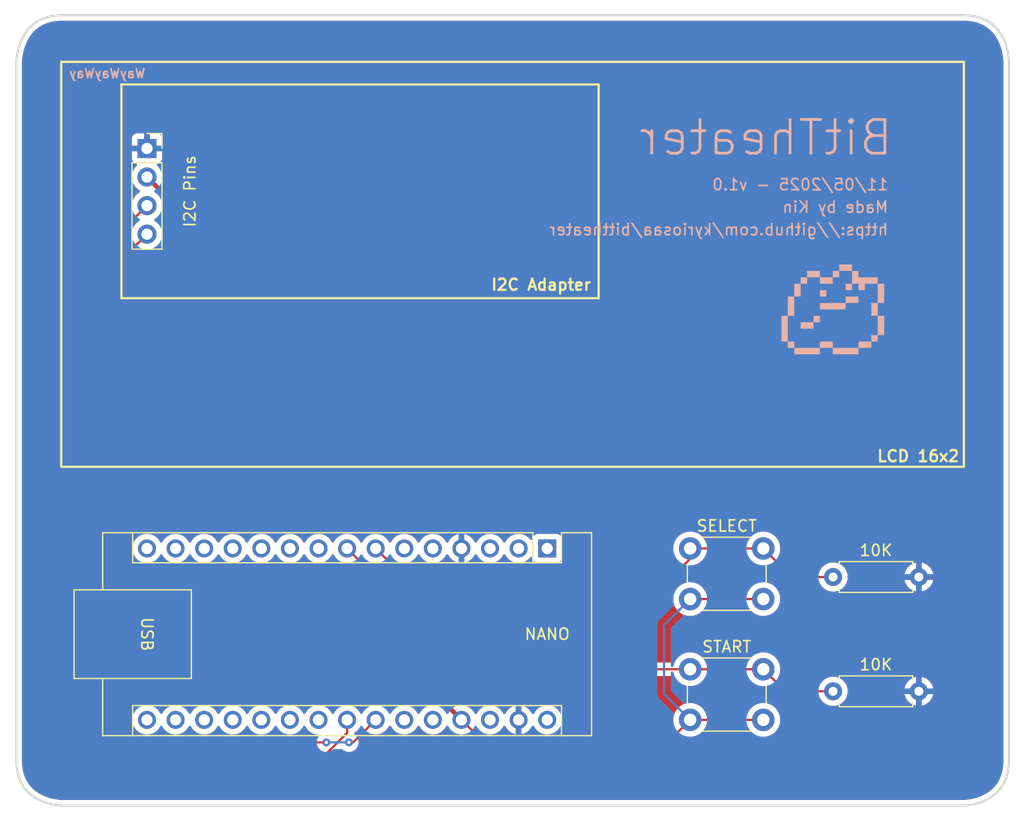
<source format=kicad_pcb>
(kicad_pcb (version 20241229) (generator "pcbnew") (generator_version "9.0")
  (layers (0 "F.Cu" signal) (4 "In1.Cu" signal) (6 "In2.Cu" signal) (2 "B.Cu" signal) (13 "F.Paste" user) (15 "B.Paste" user) (5 "F.SilkS" user "F.Silkscreen") (7 "B.SilkS" user "B.Silkscreen") (1 "F.Mask" user) (3 "B.Mask" user) (25 "Edge.Cuts" user))
  (net 0 "")
  (net 1 "Net-(A1-D4)")
  (net 3 "Net-(A1-A5)")
  (net 10 "+5V")
  (net 12 "GND")
  (net 19 "Net-(A1-D5)")
  (net 27 "Net-(A1-A4)")
  (footprint "Button_Switch_THT:SW_PUSH_6mm" (layer "F.Cu") (at 147.32 111.76)
    (property "Reference" "SELECT" (at 3.25 -2 0) (layer "F.SilkS"))
    (property "Value" "SW_Push")
    (fp_line (start -0.25 1.5) (end -0.25 3) (stroke (width 0.12)) (layer "F.SilkS"))
    (fp_line (start 1 5.5) (end 5.5 5.5) (stroke (width 0.12)) (layer "F.SilkS"))
    (fp_line (start 5.5 -1) (end 1 -1) (stroke (width 0.12)) (layer "F.SilkS"))
    (fp_line (start 6.75 3) (end 6.75 1.5) (stroke (width 0.12)) (layer "F.SilkS"))
    (pad "1" thru_hole circle (at 0 0 90) (size 2 2) (drill 1.1) (layers "*.Cu" "*.Mask") (net 1 "Net-(A1-D4)"))
    (pad "1" thru_hole circle (at 6.5 0 90) (size 2 2) (drill 1.1) (layers "*.Cu" "*.Mask") (net 1 "Net-(A1-D4)"))
    (pad "2" thru_hole circle (at 0 4.5 90) (size 2 2) (drill 1.1) (layers "*.Cu" "*.Mask") (net 10 "+5V"))
    (pad "2" thru_hole circle (at 6.5 4.5 90) (size 2 2) (drill 1.1) (layers "*.Cu" "*.Mask") (net 10 "+5V"))
  )
  (footprint "Module:Arduino_Nano" (layer "F.Cu") (at 134.62 111.76 -90)
    (property "Reference" "NANO" (at 7.62 0 180) (layer "F.SilkS"))
    (property "Value" "Arduino_Nano_v3.x")
    (fp_line (start 3.68 42.04) (end 3.68 31.62) (stroke (width 0.12)) (layer "F.SilkS"))
    (fp_line (start 11.56 42.04) (end 3.68 42.04) (stroke (width 0.12)) (layer "F.SilkS"))
    (fp_line (start -1.4 39.5) (end 3.68 39.5) (stroke (width 0.12)) (layer "F.SilkS"))
    (fp_line (start 16.64 39.5) (end 11.56 39.5) (stroke (width 0.12)) (layer "F.SilkS"))
    (fp_line (start 16.64 39.5) (end 16.64 -3.94) (stroke (width 0.12)) (layer "F.SilkS"))
    (fp_line (start 1.27 36.83) (end -1.4 36.83) (stroke (width 0.12)) (layer "F.SilkS"))
    (fp_line (start 13.97 36.83) (end 16.64 36.83) (stroke (width 0.12)) (layer "F.SilkS"))
    (fp_line (start 3.68 31.62) (end 11.56 31.62) (stroke (width 0.12)) (layer "F.SilkS"))
    (fp_line (start 11.56 31.62) (end 11.56 42.04) (stroke (width 0.12)) (layer "F.SilkS"))
    (fp_line (start -1.4 1.27) (end -1.4 39.5) (stroke (width 0.12)) (layer "F.SilkS"))
    (fp_line (start 1.27 1.27) (end 1.27 36.83) (stroke (width 0.12)) (layer "F.SilkS"))
    (fp_line (start 1.27 1.27) (end -1.4 1.27) (stroke (width 0.12)) (layer "F.SilkS"))
    (fp_line (start 1.27 1.27) (end 1.27 -1.27) (stroke (width 0.12)) (layer "F.SilkS"))
    (fp_line (start 1.27 -1.27) (end -1.4 -1.27) (stroke (width 0.12)) (layer "F.SilkS"))
    (fp_line (start 13.97 -1.27) (end 13.97 36.83) (stroke (width 0.12)) (layer "F.SilkS"))
    (fp_line (start 13.97 -1.27) (end 16.64 -1.27) (stroke (width 0.12)) (layer "F.SilkS"))
    (fp_line (start -1.4 -3.94) (end -1.4 -1.27) (stroke (width 0.12)) (layer "F.SilkS"))
    (fp_line (start 16.64 -3.94) (end -1.4 -3.94) (stroke (width 0.12)) (layer "F.SilkS"))
    (fp_text user "USB" (at 7.62 35.56 270) (layer "F.SilkS"))
    (pad "1" thru_hole rect (at 0 0 270) (size 1.6 1.6) (drill 1) (layers "*.Cu" "*.Mask"))
    (pad "2" thru_hole oval (at 0 2.54 270) (size 1.6 1.6) (drill 1) (layers "*.Cu" "*.Mask"))
    (pad "3" thru_hole oval (at 0 5.08 270) (size 1.6 1.6) (drill 1) (layers "*.Cu" "*.Mask"))
    (pad "4" thru_hole oval (at 0 7.62 270) (size 1.6 1.6) (drill 1) (layers "*.Cu" "*.Mask") (net 12 "GND"))
    (pad "5" thru_hole oval (at 0 10.16 270) (size 1.6 1.6) (drill 1) (layers "*.Cu" "*.Mask"))
    (pad "6" thru_hole oval (at 0 12.7 270) (size 1.6 1.6) (drill 1) (layers "*.Cu" "*.Mask"))
    (pad "7" thru_hole oval (at 0 15.24 270) (size 1.6 1.6) (drill 1) (layers "*.Cu" "*.Mask") (net 1 "Net-(A1-D4)"))
    (pad "8" thru_hole oval (at 0 17.78 270) (size 1.6 1.6) (drill 1) (layers "*.Cu" "*.Mask") (net 19 "Net-(A1-D5)"))
    (pad "9" thru_hole oval (at 0 20.32 270) (size 1.6 1.6) (drill 1) (layers "*.Cu" "*.Mask"))
    (pad "10" thru_hole oval (at 0 22.86 270) (size 1.6 1.6) (drill 1) (layers "*.Cu" "*.Mask"))
    (pad "11" thru_hole oval (at 0 25.4 270) (size 1.6 1.6) (drill 1) (layers "*.Cu" "*.Mask"))
    (pad "12" thru_hole oval (at 0 27.94 270) (size 1.6 1.6) (drill 1) (layers "*.Cu" "*.Mask"))
    (pad "13" thru_hole oval (at 0 30.48 270) (size 1.6 1.6) (drill 1) (layers "*.Cu" "*.Mask"))
    (pad "14" thru_hole oval (at 0 33.02 270) (size 1.6 1.6) (drill 1) (layers "*.Cu" "*.Mask"))
    (pad "15" thru_hole oval (at 0 35.56 270) (size 1.6 1.6) (drill 1) (layers "*.Cu" "*.Mask"))
    (pad "16" thru_hole oval (at 15.24 35.56 270) (size 1.6 1.6) (drill 1) (layers "*.Cu" "*.Mask"))
    (pad "17" thru_hole oval (at 15.24 33.02 270) (size 1.6 1.6) (drill 1) (layers "*.Cu" "*.Mask"))
    (pad "18" thru_hole oval (at 15.24 30.48 270) (size 1.6 1.6) (drill 1) (layers "*.Cu" "*.Mask"))
    (pad "19" thru_hole oval (at 15.24 27.94 270) (size 1.6 1.6) (drill 1) (layers "*.Cu" "*.Mask"))
    (pad "20" thru_hole oval (at 15.24 25.4 270) (size 1.6 1.6) (drill 1) (layers "*.Cu" "*.Mask"))
    (pad "21" thru_hole oval (at 15.24 22.86 270) (size 1.6 1.6) (drill 1) (layers "*.Cu" "*.Mask"))
    (pad "22" thru_hole oval (at 15.24 20.32 270) (size 1.6 1.6) (drill 1) (layers "*.Cu" "*.Mask"))
    (pad "23" thru_hole oval (at 15.24 17.78 270) (size 1.6 1.6) (drill 1) (layers "*.Cu" "*.Mask") (net 27 "Net-(A1-A4)"))
    (pad "24" thru_hole oval (at 15.24 15.24 270) (size 1.6 1.6) (drill 1) (layers "*.Cu" "*.Mask") (net 3 "Net-(A1-A5)"))
    (pad "25" thru_hole oval (at 15.24 12.7 270) (size 1.6 1.6) (drill 1) (layers "*.Cu" "*.Mask"))
    (pad "26" thru_hole oval (at 15.24 10.16 270) (size 1.6 1.6) (drill 1) (layers "*.Cu" "*.Mask"))
    (pad "27" thru_hole oval (at 15.24 7.62 270) (size 1.6 1.6) (drill 1) (layers "*.Cu" "*.Mask") (net 10 "+5V"))
    (pad "28" thru_hole oval (at 15.24 5.08 270) (size 1.6 1.6) (drill 1) (layers "*.Cu" "*.Mask"))
    (pad "29" thru_hole oval (at 15.24 2.54 270) (size 1.6 1.6) (drill 1) (layers "*.Cu" "*.Mask") (net 12 "GND"))
    (pad "30" thru_hole oval (at 15.24 0 270) (size 1.6 1.6) (drill 1) (layers "*.Cu" "*.Mask"))
  )
  (footprint "Resistor_THT:R_Axial_DIN0207_L6.3mm_D2.5mm_P7.62mm_Horizontal" (layer "F.Cu") (at 160.02 124.46)
    (property "Reference" "10K" (at 3.81 -2.37 0) (layer "F.SilkS"))
    (property "Value" "10K")
    (fp_line (start 0.54 -1.37) (end 7.08 -1.37) (stroke (width 0.12)) (layer "F.SilkS"))
    (fp_line (start 0.54 -1.04) (end 0.54 -1.37) (stroke (width 0.12)) (layer "F.SilkS"))
    (fp_line (start 0.54 1.04) (end 0.54 1.37) (stroke (width 0.12)) (layer "F.SilkS"))
    (fp_line (start 0.54 1.37) (end 7.08 1.37) (stroke (width 0.12)) (layer "F.SilkS"))
    (fp_line (start 7.08 -1.37) (end 7.08 -1.04) (stroke (width 0.12)) (layer "F.SilkS"))
    (fp_line (start 7.08 1.37) (end 7.08 1.04) (stroke (width 0.12)) (layer "F.SilkS"))
    (pad "1" thru_hole circle (at 0 0) (size 1.6 1.6) (drill 0.8) (layers "*.Cu" "*.Mask") (net 19 "Net-(A1-D5)"))
    (pad "2" thru_hole oval (at 7.62 0) (size 1.6 1.6) (drill 0.8) (layers "*.Cu" "*.Mask") (net 12 "GND"))
  )
  (footprint "Resistor_THT:R_Axial_DIN0207_L6.3mm_D2.5mm_P7.62mm_Horizontal" (layer "F.Cu") (at 160.02 114.3)
    (property "Reference" "10K" (at 3.81 -2.37 0) (layer "F.SilkS"))
    (property "Value" "10K")
    (fp_line (start 0.54 -1.37) (end 7.08 -1.37) (stroke (width 0.12)) (layer "F.SilkS"))
    (fp_line (start 0.54 -1.04) (end 0.54 -1.37) (stroke (width 0.12)) (layer "F.SilkS"))
    (fp_line (start 0.54 1.04) (end 0.54 1.37) (stroke (width 0.12)) (layer "F.SilkS"))
    (fp_line (start 0.54 1.37) (end 7.08 1.37) (stroke (width 0.12)) (layer "F.SilkS"))
    (fp_line (start 7.08 -1.37) (end 7.08 -1.04) (stroke (width 0.12)) (layer "F.SilkS"))
    (fp_line (start 7.08 1.37) (end 7.08 1.04) (stroke (width 0.12)) (layer "F.SilkS"))
    (pad "1" thru_hole circle (at 0 0) (size 1.6 1.6) (drill 0.8) (layers "*.Cu" "*.Mask") (net 1 "Net-(A1-D4)"))
    (pad "2" thru_hole oval (at 7.62 0) (size 1.6 1.6) (drill 0.8) (layers "*.Cu" "*.Mask") (net 12 "GND"))
  )
  (footprint "Connector_PinSocket_2.54mm:PinSocket_1x04_P2.54mm_Vertical" (layer "F.Cu") (at 99.06 76.2)
    (property "Reference" "I2C Pins" (at 3.81 3.81 90) (layer "F.SilkS"))
    (property "Value" "LCD16x2_I2C_Header")
    (fp_line (start -1.33 1.27) (end -1.33 8.95) (stroke (width 0.12)) (layer "F.SilkS"))
    (fp_line (start -1.33 1.27) (end 1.33 1.27) (stroke (width 0.12)) (layer "F.SilkS"))
    (fp_line (start -1.33 8.95) (end 1.33 8.95) (stroke (width 0.12)) (layer "F.SilkS"))
    (fp_line (start 0 -1.33) (end 1.33 -1.33) (stroke (width 0.12)) (layer "F.SilkS"))
    (fp_line (start 1.33 -1.33) (end 1.33 0) (stroke (width 0.12)) (layer "F.SilkS"))
    (fp_line (start 1.33 1.27) (end 1.33 8.95) (stroke (width 0.12)) (layer "F.SilkS"))
    (pad "1" thru_hole rect (at 0 0) (size 1.7 1.7) (drill 1) (layers "*.Cu" "*.Mask") (net 12 "GND"))
    (pad "2" thru_hole oval (at 0 2.54) (size 1.7 1.7) (drill 1) (layers "*.Cu" "*.Mask") (net 10 "+5V"))
    (pad "3" thru_hole oval (at 0 5.08) (size 1.7 1.7) (drill 1) (layers "*.Cu" "*.Mask") (net 27 "Net-(A1-A4)"))
    (pad "4" thru_hole oval (at 0 7.62) (size 1.7 1.7) (drill 1) (layers "*.Cu" "*.Mask") (net 3 "Net-(A1-A5)"))
  )
  (footprint "Button_Switch_THT:SW_PUSH_6mm" (layer "F.Cu") (at 147.32 122.5)
    (property "Reference" "START" (at 3.25 -2 0) (layer "F.SilkS"))
    (property "Value" "SW_Push")
    (fp_line (start -0.25 1.5) (end -0.25 3) (stroke (width 0.12)) (layer "F.SilkS"))
    (fp_line (start 1 5.5) (end 5.5 5.5) (stroke (width 0.12)) (layer "F.SilkS"))
    (fp_line (start 5.5 -1) (end 1 -1) (stroke (width 0.12)) (layer "F.SilkS"))
    (fp_line (start 6.75 3) (end 6.75 1.5) (stroke (width 0.12)) (layer "F.SilkS"))
    (pad "1" thru_hole circle (at 0 0 90) (size 2 2) (drill 1.1) (layers "*.Cu" "*.Mask") (net 19 "Net-(A1-D5)"))
    (pad "1" thru_hole circle (at 6.5 0 90) (size 2 2) (drill 1.1) (layers "*.Cu" "*.Mask") (net 19 "Net-(A1-D5)"))
    (pad "2" thru_hole circle (at 0 4.5 90) (size 2 2) (drill 1.1) (layers "*.Cu" "*.Mask") (net 10 "+5V"))
    (pad "2" thru_hole circle (at 6.5 4.5 90) (size 2 2) (drill 1.1) (layers "*.Cu" "*.Mask") (net 10 "+5V"))
  )
  (footprint "LOGO" (layer "B.Cu") (at 160 90.5 180)
    (property "Reference" "Ditto" (hide yes))
    (property "Value" "LOGO" (hide yes))
    (fp_poly (pts (xy 4.002003 0.277596) (xy 4.002003 -0.578323) (xy 3.716696 -0.578323) (xy 3.43139 -0.578323) (xy 3.43139 0.277596) (xy 3.43139 1.133516) (xy 3.716696 1.133516) (xy 4.002003 1.133516)) (fill yes) (layer "B.SilkS"))
    (fp_poly (pts (xy 3.43139 1.70413) (xy 3.43139 1.133516) (xy 3.146083 1.133516) (xy 2.860777 1.133516) (xy 2.860777 1.70413) (xy 2.860777 2.274743) (xy 3.146083 2.274743) (xy 3.43139 2.274743)) (fill yes) (layer "B.SilkS"))
    (fp_poly (pts (xy 2.860777 2.560049) (xy 2.860777 2.274743) (xy 2.57547 2.274743) (xy 2.290163 2.274743) (xy 2.290163 2.560049) (xy 2.290163 2.845356) (xy 2.57547 2.845356) (xy 2.860777 2.845356)) (fill yes) (layer "B.SilkS"))
    (fp_poly (pts (xy 2.860777 -1.434243) (xy 2.860777 -1.71955) (xy 2.290163 -1.71955) (xy 1.71955 -1.71955) (xy 1.71955 -1.434243) (xy 1.71955 -1.148937) (xy 2.290163 -1.148937) (xy 2.860777 -1.148937)) (fill yes) (layer "B.SilkS"))
    (fp_poly (pts (xy 1.71955 -0.86363) (xy 1.71955 -1.148937) (xy 1.434243 -1.148937) (xy 1.148937 -1.148937) (xy 1.148937 -0.86363) (xy 1.148937 -0.578323) (xy 1.434243 -0.578323) (xy 1.71955 -0.578323)) (fill yes) (layer "B.SilkS"))
    (fp_poly (pts (xy 1.148937 1.418823) (xy 1.148937 1.133516) (xy 0.86363 1.133516) (xy 0.578324 1.133516) (xy 0.578324 1.418823) (xy 0.578324 1.70413) (xy 0.86363 1.70413) (xy 1.148937 1.70413)) (fill yes) (layer "B.SilkS"))
    (fp_poly (pts (xy 1.148937 0.277596) (xy 1.148937 -0.00771) (xy 0.00771 -0.00771) (xy -1.133516 -0.00771) (xy -1.133516 0.277596) (xy -1.133516 0.562903) (xy 0.00771 0.562903) (xy 1.148937 0.562903)) (fill yes) (layer "B.SilkS"))
    (fp_poly (pts (xy -1.133516 1.989436) (xy -1.133516 1.70413) (xy -1.418823 1.70413) (xy -1.704129 1.70413) (xy -1.704129 1.989436) (xy -1.704129 2.274743) (xy -1.418823 2.274743) (xy -1.133516 2.274743)) (fill yes) (layer "B.SilkS"))
    (fp_poly (pts (xy -1.133516 0.84821) (xy -1.133516 0.562903) (xy -1.704129 0.562903) (xy -2.274743 0.562903) (xy -2.274743 0.84821) (xy -2.274743 1.133516) (xy -1.704129 1.133516) (xy -1.133516 1.133516)) (fill yes) (layer "B.SilkS"))
    (fp_poly (pts (xy -3.415969 -2.57547) (xy -3.415969 -2.860776) (xy -3.701276 -2.860776) (xy -3.986582 -2.860776) (xy -3.986582 -2.57547) (xy -3.986582 -2.290163) (xy -3.701276 -2.290163) (xy -3.415969 -2.290163)) (fill yes) (layer "B.SilkS"))
    (fp_poly (pts (xy -3.415969 -0.00771) (xy -3.415969 -0.578323) (xy -3.701276 -0.578323) (xy -3.986582 -0.578323) (xy -3.986582 -1.434243) (xy -3.986582 -2.290163) (xy -4.271889 -2.290163) (xy -4.557196 -2.290163) (xy -4.557196 -1.434243) (xy -4.557196 -0.578323) (xy -4.271889 -0.578323) (xy -3.986582 -0.578323) (xy -3.986582 -0.00771) (xy -3.986582 0.562903) (xy -3.701276 0.562903) (xy -3.415969 0.562903)) (fill yes) (layer "B.SilkS"))
    (fp_poly (pts (xy 0.00771 3.130663) (xy 0.00771 2.845356) (xy 0.578324 2.845356) (xy 1.148937 2.845356) (xy 1.148937 3.130663) (xy 1.148937 3.415969) (xy 1.71955 3.415969) (xy 2.290163 3.415969) (xy 2.290163 3.130663) (xy 2.290163 2.845356) (xy 1.71955 2.845356) (xy 1.148937 2.845356) (xy 1.148937 2.560049) (xy 1.148937 2.274743) (xy 0.578324 2.274743) (xy 0.00771 2.274743) (xy 0.00771 2.560049) (xy 0.00771 2.845356) (xy -0.277596 2.845356) (xy -0.562903 2.845356) (xy -0.562903 3.130663) (xy -0.562903 3.415969) (xy -0.277596 3.415969) (xy 0.00771 3.415969)) (fill yes) (layer "B.SilkS"))
    (fp_poly (pts (xy -0.562903 3.701276) (xy -0.562903 3.415969) (xy -1.133516 3.415969) (xy -1.704129 3.415969) (xy -1.704129 2.845356) (xy -1.704129 2.274743) (xy -1.989436 2.274743) (xy -2.274743 2.274743) (xy -2.274743 1.989436) (xy -2.274743 1.70413) (xy -2.560049 1.70413) (xy -2.845356 1.70413) (xy -2.845356 1.989436) (xy -2.845356 2.274743) (xy -3.415969 2.274743) (xy -3.986582 2.274743) (xy -3.986582 1.418823) (xy -3.986582 0.562903) (xy -4.271889 0.562903) (xy -4.557196 0.562903) (xy -4.557196 1.418823) (xy -4.557196 2.274743) (xy -4.271889 2.274743) (xy -3.986582 2.274743) (xy -3.986582 2.560049) (xy -3.986582 2.845356) (xy -3.130662 2.845356) (xy -2.274743 2.845356) (xy -2.274743 3.130663) (xy -2.274743 3.415969) (xy -1.989436 3.415969) (xy -1.704129 3.415969) (xy -1.704129 3.701276) (xy -1.704129 3.986583) (xy -1.133516 3.986583) (xy -0.562903 3.986583)) (fill yes) (layer "B.SilkS"))
    (fp_poly (pts (xy 4.572616 -1.71955) (xy 4.572616 -2.860776) (xy 4.28731 -2.860776) (xy 4.002003 -2.860776) (xy 4.002003 -3.146083) (xy 4.002003 -3.43139) (xy 3.716696 -3.43139) (xy 3.43139 -3.43139) (xy 3.43139 -3.716696) (xy 3.43139 -4.002003) (xy 2.290163 -4.002003) (xy 1.148937 -4.002003) (xy 1.148937 -3.716696) (xy 1.148937 -3.43139) (xy 0.578324 -3.43139) (xy 0.00771 -3.43139) (xy 0.00771 -3.716696) (xy 0.00771 -4.002003) (xy -1.133516 -4.002003) (xy -2.274743 -4.002003) (xy -2.274743 -3.716696) (xy -2.274743 -3.43139) (xy -2.845356 -3.43139) (xy -3.415969 -3.43139) (xy -3.415969 -3.146083) (xy -3.415969 -2.860776) (xy -2.845356 -2.860776) (xy -2.274743 -2.860776) (xy -2.274743 -3.146083) (xy -2.274743 -3.43139) (xy -1.133516 -3.43139) (xy 0.00771 -3.43139) (xy 0.00771 -3.146083) (xy 0.00771 -2.860776) (xy 0.578324 -2.860776) (xy 1.148937 -2.860776) (xy 1.148937 -3.146083) (xy 1.148937 -3.43139) (xy 2.290163 -3.43139) (xy 3.43139 -3.43139) (xy 3.43139 -3.146083) (xy 3.43139 -2.860776) (xy 3.716696 -2.860776) (xy 4.002003 -2.860776) (xy 4.002003 -1.71955) (xy 4.002003 -0.578323) (xy 4.28731 -0.578323) (xy 4.572616 -0.578323)) (fill yes) (layer "B.SilkS"))
  )
  (gr_curve (pts (xy 175.65 68.5) (xy 175.65 68.5) (xy 175.65 68.5) (xy 175.65 68.5)) (stroke (width 0.2)) (layer "F.Cu"))
  (gr_curve (pts (xy 91.5 134.62) (xy 91.5 134.62) (xy 91.5 134.62) (xy 91.5 134.62)) (stroke (width 0.2)) (layer "F.Cu"))
  (gr_rect (start 96.79 70.51) (end 139.19 89.51) (stroke (width 0.2)) (fill no) (layer "F.SilkS"))
  (gr_rect (start 91.44 68.5) (end 171.64 104.5) (stroke (width 0.2)) (fill no) (layer "F.SilkS"))
  (gr_curve (pts (xy 175.65 130.57) (xy 175.65 134.62) (xy 171.6 134.62) (xy 171.6 134.62)) (stroke (width 0.2)) (layer "Edge.Cuts"))
  (gr_line (start 91.5 134.62) (end 171.6 134.62) (stroke (width 0.2)) (layer "Edge.Cuts"))
  (gr_curve (pts (xy 91.5 64.35) (xy 87.5 64.35) (xy 87.45 68.5) (xy 87.45 68.5)) (stroke (width 0.2)) (layer "Edge.Cuts"))
  (gr_line (start 91.5 64.35) (end 171.6 64.35) (stroke (width 0.2)) (layer "Edge.Cuts"))
  (gr_curve (pts (xy 87.45 130.57) (xy 87.45 134.62) (xy 91.5 134.62) (xy 91.5 134.62)) (stroke (width 0.2)) (layer "Edge.Cuts"))
  (gr_curve (pts (xy 171.6 64.35) (xy 175.65 64.35) (xy 175.65 68.5) (xy 175.65 68.5)) (stroke (width 0.2)) (layer "Edge.Cuts"))
  (gr_line (start 175.65 68.5) (end 175.65 130.57) (stroke (width 0.2)) (layer "Edge.Cuts"))
  (gr_line (start 87.45 68.5) (end 87.45 130.57) (stroke (width 0.2)) (layer "Edge.Cuts"))
  (gr_text "LCD 16x2" (at 163.83 104.14 0) (layer "F.SilkS") (effects (font (size 1 1) (thickness 0.2) (bold yes)) (justify left bottom)))
  (gr_text "I2C Adapter" (at 129.54 88.9 0) (layer "F.SilkS") (effects (font (size 1 1) (thickness 0.2) (bold yes)) (justify left bottom)))
  (gr_text "WayWayWay" (at 99 70 0) (layer "B.SilkS") (effects (font (size 0.8 0.8) (thickness 0.15) (bold yes)) (justify left bottom mirror)))
  (gr_text "BitTheater" (at 165.5 77 0) (layer "B.SilkS") (effects (font (size 3 3) (thickness 0.25)) (justify left bottom mirror)))
  (gr_text "11/05/2025 - v1.0" (at 165 80 0) (layer "B.SilkS") (effects (font (size 1 1) (thickness 0.15) (bold yes)) (justify left bottom mirror)))
  (gr_text "https://github.com/kyriosaa/bittheater" (at 165 84 0) (layer "B.SilkS") (effects (font (size 1 1) (thickness 0.15) (bold yes)) (justify left bottom mirror)))
  (gr_text "Made by Kin" (at 165 82 0) (layer "B.SilkS") (effects (font (size 1 1) (thickness 0.15) (bold yes)) (justify left bottom mirror)))
  (segment (start 128.62 121) (end 119.38 111.76) (width 0.2) (layer "F.Cu") (net 1))
  (segment (start 147.32 111.76) (end 147.32 112.68) (width 0.2) (layer "F.Cu") (net 1))
  (segment (start 160.02 114.3) (end 156.36 114.3) (width 0.2) (layer "F.Cu") (net 1))
  (segment (start 153.82 111.76) (end 147.32 111.76) (width 0.2) (layer "F.Cu") (net 1))
  (segment (start 139 121) (end 128.62 121) (width 0.2) (layer "F.Cu") (net 1))
  (segment (start 156.36 114.3) (end 153.82 111.76) (width 0.2) (layer "F.Cu") (net 1))
  (segment (start 147.32 112.68) (end 139 121) (width 0.2) (layer "F.Cu") (net 1))
  (segment (start 92 129) (end 91 128) (width 0.2) (layer "F.Cu") (net 3))
  (segment (start 117.38 129) (end 117 129) (width 0.2) (layer "F.Cu") (net 3))
  (segment (start 115 129) (end 92 129) (width 0.2) (layer "F.Cu") (net 3))
  (segment (start 91 128) (end 91 91.88) (width 0.2) (layer "F.Cu") (net 3))
  (segment (start 91 91.88) (end 99.06 83.82) (width 0.2) (layer "F.Cu") (net 3))
  (segment (start 119.38 127) (end 117.38 129) (width 0.2) (layer "F.Cu") (net 3))
  (via (at 115 129) (size 0.7) (drill 0.3) (layers "F.Cu" "B.Cu") (net 3))
  (via (at 117 129) (size 0.7) (drill 0.3) (layers "F.Cu" "B.Cu") (net 3))
  (segment (start 117 129) (end 115 129) (width 0.2) (layer "B.Cu") (net 3))
  (segment (start 144.32 130) (end 147.32 127) (width 0.2) (layer "F.Cu") (net 10))
  (segment (start 93 125) (end 92 124) (width 0.4) (layer "F.Cu") (net 10))
  (segment (start 127 127) (end 130 130) (width 0.2) (layer "F.Cu") (net 10))
  (segment (start 147.32 127) (end 153.82 127) (width 0.2) (layer "F.Cu") (net 10))
  (segment (start 125 125) (end 93 125) (width 0.4) (layer "F.Cu") (net 10))
  (segment (start 130 130) (end 144.32 130) (width 0.2) (layer "F.Cu") (net 10))
  (segment (start 101 80.68) (end 99.06 78.74) (width 0.4) (layer "F.Cu") (net 10))
  (segment (start 147.32 116.26) (end 153.82 116.26) (width 0.2) (layer "F.Cu") (net 10))
  (segment (start 101 85) (end 101 80.68) (width 0.4) (layer "F.Cu") (net 10))
  (segment (start 127 127) (end 125 125) (width 0.4) (layer "F.Cu") (net 10))
  (segment (start 92 94) (end 101 85) (width 0.4) (layer "F.Cu") (net 10))
  (segment (start 92 124) (end 92 94) (width 0.4) (layer "F.Cu") (net 10))
  (segment (start 145 124.68) (end 145 118.58) (width 0.2) (layer "B.Cu") (net 10))
  (segment (start 147.32 127) (end 145 124.68) (width 0.2) (layer "B.Cu") (net 10))
  (segment (start 145 118.58) (end 147.32 116.26) (width 0.2) (layer "B.Cu") (net 10))
  (segment (start 160.02 124.46) (end 155.78 124.46) (width 0.2) (layer "F.Cu") (net 19))
  (segment (start 147.32 122.5) (end 127.58 122.5) (width 0.2) (layer "F.Cu") (net 19))
  (segment (start 155.78 124.46) (end 153.82 122.5) (width 0.2) (layer "F.Cu") (net 19))
  (segment (start 153.82 122.5) (end 147.32 122.5) (width 0.2) (layer "F.Cu") (net 19))
  (segment (start 127.58 122.5) (end 116.84 111.76) (width 0.2) (layer "F.Cu") (net 19))
  (segment (start 91 130) (end 90 129) (width 0.2) (layer "F.Cu") (net 27))
  (segment (start 90 90.34) (end 99.06 81.28) (width 0.2) (layer "F.Cu") (net 27))
  (segment (start 90 129) (end 90 90.34) (width 0.2) (layer "F.Cu") (net 27))
  (segment (start 115 130) (end 91 130) (width 0.2) (layer "F.Cu") (net 27))
  (segment (start 116.84 128.16) (end 115 130) (width 0.2) (layer "F.Cu") (net 27))
  (segment (start 116.84 127) (end 116.84 128.16) (width 0.2) (layer "F.Cu") (net 27))
  (zone (net 12) (net_name "GND") (layers "F.Cu" "B.Cu") (connect_pads (clearance 0.5)) (min_thickness 0.25) (fill yes (thermal_gap 0.5) (thermal_bridge_width 0.5))
    (polygon (pts (xy 86 63) (xy 177 63) (xy 177 136) (xy 86 136)))
  )
)
</source>
